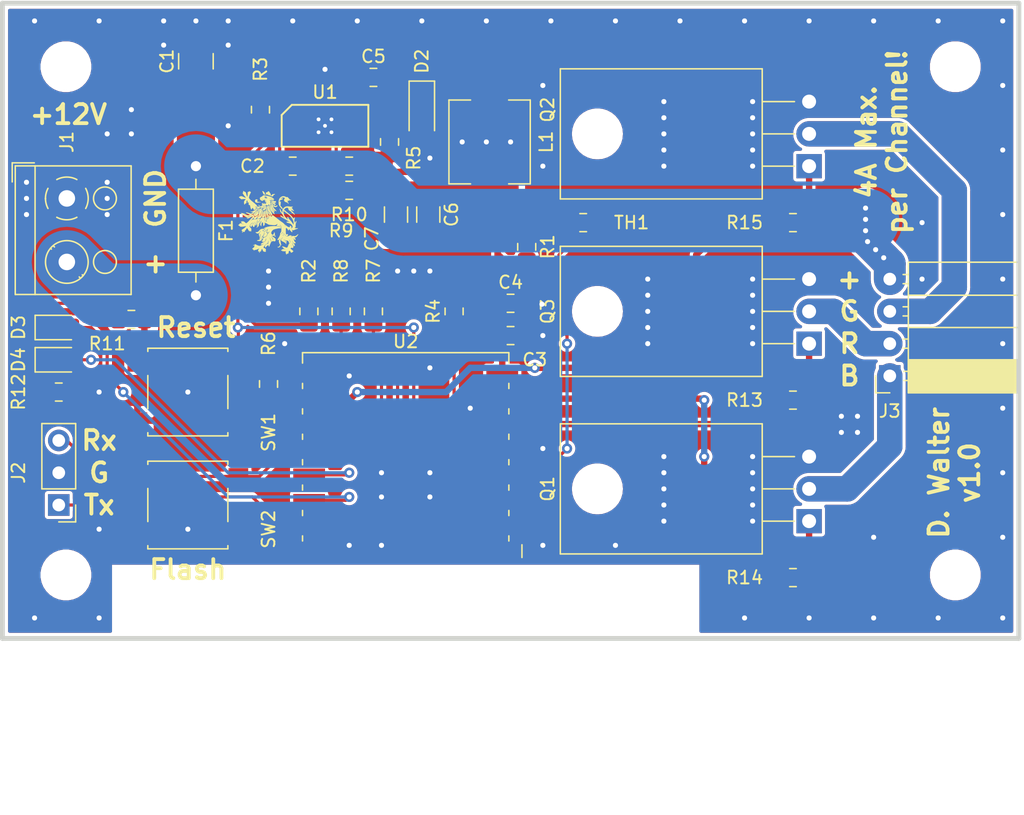
<source format=kicad_pcb>
(kicad_pcb (version 20171130) (host pcbnew "(5.1.0)-1")
  (layers (0 F.Cu signal) (31 B.Cu signal) (34 B.Paste user hide) (35 F.Paste user hide) (36 B.SilkS user) (37 F.SilkS user) (38 B.Mask user) (39 F.Mask user) (44 Edge.Cuts user))
  (net 0 "")
  (net 1 GND)
  (net 2 /12V_Out)
  (net 3 "Net-(C2-Pad1)")
  (net 4 +3V3)
  (net 5 "Net-(C5-Pad1)")
  (net 6 "Net-(C5-Pad2)")
  (net 7 "Net-(D2-Pad2)")
  (net 8 "Net-(D3-Pad2)")
  (net 9 "Net-(D3-Pad1)")
  (net 10 "Net-(D4-Pad1)")
  (net 11 "Net-(D4-Pad2)")
  (net 12 "Net-(F1-Pad2)")
  (net 13 "Net-(J2-Pad1)")
  (net 14 "Net-(J2-Pad3)")
  (net 15 /R_Out)
  (net 16 /G_Out)
  (net 17 /B_Out)
  (net 18 "Net-(Q1-Pad1)")
  (net 19 "Net-(Q2-Pad1)")
  (net 20 "Net-(Q3-Pad1)")
  (net 21 "Net-(R1-Pad1)")
  (net 22 "Net-(R2-Pad1)")
  (net 23 "Net-(R3-Pad2)")
  (net 24 "Net-(R4-Pad1)")
  (net 25 /PWM_G)
  (net 26 "Net-(R7-Pad1)")
  (net 27 "Net-(R8-Pad1)")
  (net 28 "Net-(R10-Pad1)")
  (net 29 /PWM_B)
  (net 30 /PWM_R)
  (module Package_TO_SOT_THT:TO-220-3_Horizontal_TabDown (layer F.Cu) (at 209.55 95.885 90)
    (fp_text reference Q3 (at 2.54 -20.58 90) (layer F.SilkS))
    (fp_text value IRLZ34N)
    (pad "" np_thru_hole oval (at 2.54 -16.66 90) (size 3.5 3.5) (drill 3.5) (layers *.Cu *.Mask))
    (pad 1 thru_hole rect (at 0 0 90) (size 1.905 2) (drill 1.1) (layers *.Cu *.Mask) (net 20 "Net-(Q3-Pad1)"))
    (pad 2 thru_hole oval (at 2.54 0 90) (size 1.905 2) (drill 1.1) (layers *.Cu *.Mask) (net 15 /R_Out))
    (pad 3 thru_hole oval (at 5.08 0 90) (size 1.905 2) (drill 1.1) (layers *.Cu *.Mask) (net 1 GND))
  )
  (module Loewe:Loewe_Klein (layer F.Cu) (at 167.005 86.36)
    (fp_text reference G*** hide)
    (fp_text value LOGO hide)
  )
  (module RF_Module:ESP-07 (layer F.Cu) (at 177.8 107.315 180)
    (fp_text reference U2 (at 0 11.6 180) (layer F.SilkS))
    (fp_text value ESP-07)
    (pad 16 smd rect (at 7.6 -4.9 180) (size 2.5 1) (layers F.Cu F.Paste F.Mask) (net 13 "Net-(J2-Pad1)"))
    (pad 15 smd rect (at 7.6 -2.9 180) (size 2.5 1) (layers F.Cu F.Paste F.Mask) (net 14 "Net-(J2-Pad3)"))
    (pad 14 smd rect (at 7.6 -0.9 180) (size 2.5 1) (layers F.Cu F.Paste F.Mask) (net 8 "Net-(D3-Pad2)"))
    (pad 13 smd rect (at 7.6 1.1 180) (size 2.5 1) (layers F.Cu F.Paste F.Mask) (net 11 "Net-(D4-Pad2)"))
    (pad 12 smd rect (at 7.6 3.1 180) (size 2.5 1) (layers F.Cu F.Paste F.Mask) (net 26 "Net-(R7-Pad1)"))
    (pad 11 smd rect (at 7.6 5.1 180) (size 2.5 1) (layers F.Cu F.Paste F.Mask) (net 27 "Net-(R8-Pad1)"))
    (pad 10 smd rect (at 7.6 7.1 180) (size 2.5 1) (layers F.Cu F.Paste F.Mask) (net 25 /PWM_G))
    (pad 9 smd rect (at 7.6 9.1 180) (size 2.5 1) (layers F.Cu F.Paste F.Mask) (net 1 GND))
    (pad 8 smd rect (at -7.6 9.1 180) (size 2.5 1) (layers F.Cu F.Paste F.Mask) (net 4 +3V3))
    (pad 7 smd rect (at -7.6 7.1 180) (size 2.5 1) (layers F.Cu F.Paste F.Mask) (net 29 /PWM_B))
    (pad 6 smd rect (at -7.6 5.1 180) (size 2.5 1) (layers F.Cu F.Paste F.Mask) (net 30 /PWM_R))
    (pad 5 smd rect (at -7.6 3.1 180) (size 2.5 1) (layers F.Cu F.Paste F.Mask))
    (pad 4 smd rect (at -7.6 1.1 180) (size 2.5 1) (layers F.Cu F.Paste F.Mask))
    (pad 3 smd rect (at -7.6 -0.9 180) (size 2.5 1) (layers F.Cu F.Paste F.Mask) (net 24 "Net-(R4-Pad1)"))
    (pad 2 smd rect (at -7.6 -2.9 180) (size 2.5 1) (layers F.Cu F.Paste F.Mask) (net 21 "Net-(R1-Pad1)"))
    (pad 1 smd rect (at -7.6 -4.9 180) (size 2.5 1) (layers F.Cu F.Paste F.Mask) (net 22 "Net-(R2-Pad1)"))
  )
  (module Resistor_SMD:R_0805_2012Metric_Pad1.15x1.40mm_HandSolder (layer F.Cu) (at 208.28 86.36 180)
    (fp_text reference R15 (at 3.81 0 180) (layer F.SilkS))
    (fp_text value 100R)
    (pad 2 smd roundrect (at 1.025 0 180) (size 1.15 1.4) (layers F.Cu F.Paste F.Mask) (roundrect_rratio 0.217391) (net 25 /PWM_G))
    (pad 1 smd roundrect (at -1.025 0 180) (size 1.15 1.4) (layers F.Cu F.Paste F.Mask) (roundrect_rratio 0.217391) (net 19 "Net-(Q2-Pad1)"))
  )
  (module Connector_PinSocket_2.54mm:PinSocket_1x04_P2.54mm_Horizontal (layer F.Cu) (at 215.9 98.425 180)
    (fp_text reference J3 (at 0 -2.77 180) (layer F.SilkS))
    (fp_text value Conn_01x04_Female)
    (pad 4 thru_hole oval (at 0 7.62 180) (size 1.7 1.7) (drill 1) (layers *.Cu *.Mask) (net 2 /12V_Out))
    (pad 3 thru_hole oval (at 0 5.08 180) (size 1.7 1.7) (drill 1) (layers *.Cu *.Mask) (net 16 /G_Out))
    (pad 2 thru_hole oval (at 0 2.54 180) (size 1.7 1.7) (drill 1) (layers *.Cu *.Mask) (net 15 /R_Out))
    (pad 1 thru_hole rect (at 0 0 180) (size 1.7 1.7) (drill 1) (layers *.Cu *.Mask) (net 17 /B_Out))
  )
  (module Texas_DW:HVSSOP-10 (layer F.Cu) (at 171.45 78.74 270)
    (fp_text reference U1 (at -2.65 0) (layer F.SilkS))
    (fp_text value LM25011)
    (pad 10 smd rect (at -1 -2.4 270) (size 0.3 1.02) (layers F.Cu F.Paste F.Mask) (net 5 "Net-(C5-Pad1)"))
    (pad 1 smd rect (at -1 2.4 270) (size 0.3 1.02) (layers F.Cu F.Paste F.Mask) (net 2 /12V_Out))
    (pad 9 smd rect (at -0.5 -2.4 270) (size 0.3 1.02) (layers F.Cu F.Paste F.Mask) (net 6 "Net-(C5-Pad2)"))
    (pad 2 smd rect (at -0.5 2.4 270) (size 0.3 1.02) (layers F.Cu F.Paste F.Mask) (net 23 "Net-(R3-Pad2)"))
    (pad 8 smd rect (at 0 -2.4 270) (size 0.3 1.02) (layers F.Cu F.Paste F.Mask) (net 7 "Net-(D2-Pad2)"))
    (pad 3 smd rect (at 0 2.4 270) (size 0.3 1.02) (layers F.Cu F.Paste F.Mask) (net 22 "Net-(R2-Pad1)"))
    (pad 7 smd rect (at 0.5 -2.4 270) (size 0.3 1.02) (layers F.Cu F.Paste F.Mask) (net 1 GND))
    (pad 4 smd rect (at 0.5 2.4 270) (size 0.3 1.02) (layers F.Cu F.Paste F.Mask) (net 3 "Net-(C2-Pad1)"))
    (pad 6 smd rect (at 1 -2.4 270) (size 0.3 1.02) (layers F.Cu F.Paste F.Mask) (net 28 "Net-(R10-Pad1)"))
    (pad 5 smd rect (at 1 2.4 270) (size 0.3 1.02) (layers F.Cu F.Paste F.Mask) (net 1 GND))
    (pad 11 smd rect (at 0 0 270) (size 1.9 1.73) (layers F.Cu F.Paste F.Mask) (net 1 GND))
    (pad 11 thru_hole circle (at -0.508 -0.508 270) (size 0.6 0.6) (drill 0.3) (layers *.Cu *.Mask) (net 1 GND))
    (pad 11 thru_hole circle (at 0.508 -0.508 270) (size 0.6 0.6) (drill 0.3) (layers *.Cu *.Mask) (net 1 GND))
    (pad 11 thru_hole circle (at -0.508 0.508 270) (size 0.6 0.6) (drill 0.3) (layers *.Cu *.Mask) (net 1 GND))
    (pad 11 thru_hole circle (at 0.508 0.508 270) (size 0.6 0.6) (drill 0.3) (layers *.Cu *.Mask) (net 1 GND))
    (pad 11 thru_hole circle (at 0 0 270) (size 0.6 0.6) (drill 0.3) (layers *.Cu *.Mask) (net 1 GND))
    (pad 11 smd rect (at 0 0 270) (size 1.9 1.73) (layers B.Cu B.Paste B.Mask) (net 1 GND))
  )
  (module EuroBoard_Outline:EuroBoard_viertel_Type-I_80mmX50mm_holes (layer F.Cu) (at 226.06 69.088 180)
    (fp_text reference REF** hide)
    (fp_text value EuroBoard_viertel_Type-I_80mmX50mm_holes)
    (fp_line (start 79.99984 0) (end 0 0) (layer Edge.Cuts) (width 0.381))
    (fp_line (start 79.99984 -49.9999) (end 79.99984 0) (layer Edge.Cuts) (width 0.381))
    (fp_line (start 0 -49.9999) (end 79.99984 -49.9999) (layer Edge.Cuts) (width 0.381))
    (fp_line (start 0 0) (end 0 -49.9999) (layer Edge.Cuts) (width 0.381))
    (pad "" np_thru_hole circle (at 75.00112 -5.00126 180) (size 3.50012 3.50012) (drill 3.50012) (layers *.Cu *.Mask))
    (pad "" np_thru_hole circle (at 75.00112 -45.00118 180) (size 3.50012 3.50012) (drill 3.50012) (layers *.Cu *.Mask))
    (pad "" np_thru_hole circle (at 5.00126 -45.00118 180) (size 3.50012 3.50012) (drill 3.50012) (layers *.Cu *.Mask))
    (pad "" np_thru_hole circle (at 5.00126 -5.00126 180) (size 3.50012 3.50012) (drill 3.50012) (layers *.Cu *.Mask))
  )
  (module Resistor_SMD:R_0805_2012Metric_Pad1.15x1.40mm_HandSolder (layer F.Cu) (at 173.355 83.82 180)
    (fp_text reference R9 (at 0.635 -3.175 180) (layer F.SilkS))
    (fp_text value 4k7)
    (pad 2 smd roundrect (at 1.025 0 180) (size 1.15 1.4) (layers F.Cu F.Paste F.Mask) (roundrect_rratio 0.217391) (net 28 "Net-(R10-Pad1)"))
    (pad 1 smd roundrect (at -1.025 0 180) (size 1.15 1.4) (layers F.Cu F.Paste F.Mask) (roundrect_rratio 0.217391) (net 4 +3V3))
  )
  (module Inductor_SMD:L_6.3x6.3_H3 (layer F.Cu) (at 184.404 80.01 270)
    (fp_text reference L1 (at 0 -4.45 270) (layer F.SilkS))
    (fp_text value 22µH)
    (pad 1 smd rect (at -2.75 0 270) (size 1.5 2.4) (layers F.Cu F.Paste F.Mask) (net 6 "Net-(C5-Pad2)"))
    (pad 2 smd rect (at 2.75 0 270) (size 1.5 2.4) (layers F.Cu F.Paste F.Mask) (net 4 +3V3))
  )
  (module Resistor_SMD:R_0805_2012Metric_Pad1.15x1.40mm_HandSolder (layer F.Cu) (at 191.77 86.36)
    (fp_text reference TH1 (at 3.81 0) (layer F.SilkS))
    (fp_text value Thermistor_NTC)
    (pad 2 smd roundrect (at 1.025 0) (size 1.15 1.4) (layers F.Cu F.Paste F.Mask) (roundrect_rratio 0.217391) (net 1 GND))
    (pad 1 smd roundrect (at -1.025 0) (size 1.15 1.4) (layers F.Cu F.Paste F.Mask) (roundrect_rratio 0.217391) (net 21 "Net-(R1-Pad1)"))
  )
  (module Resistor_SMD:R_0805_2012Metric_Pad1.15x1.40mm_HandSolder (layer F.Cu) (at 173.355 81.915)
    (fp_text reference R10 (at 0 3.81) (layer F.SilkS))
    (fp_text value 1k5)
    (pad 1 smd roundrect (at -1.025 0) (size 1.15 1.4) (layers F.Cu F.Paste F.Mask) (roundrect_rratio 0.217391) (net 28 "Net-(R10-Pad1)"))
    (pad 2 smd roundrect (at 1.025 0) (size 1.15 1.4) (layers F.Cu F.Paste F.Mask) (roundrect_rratio 0.217) (net 1 GND))
  )
  (module TerminalBlock_RND:TerminalBlock_RND_205-00001_1x02_P5.00mm_Horizontal (layer F.Cu) (at 151.13 84.455 270)
    (fp_text reference J1 (at -4.445 0 270) (layer F.SilkS))
    (fp_text value 12V_In)
    (pad 1 thru_hole rect (at 0 0 270) (size 2.5 2.5) (drill 1.3) (layers *.Cu *.Mask) (net 1 GND))
    (pad 2 thru_hole circle (at 5 0 270) (size 2.5 2.5) (drill 1.3) (layers *.Cu *.Mask) (net 12 "Net-(F1-Pad2)"))
  )
  (module Capacitor_SMD:C_0805_2012Metric_Pad1.15x1.40mm_HandSolder (layer F.Cu) (at 168.91 81.915)
    (fp_text reference C2 (at -3.175 0) (layer F.SilkS))
    (fp_text value 22nF)
    (pad 1 smd roundrect (at -1.025 0) (size 1.15 1.4) (layers F.Cu F.Paste F.Mask) (roundrect_rratio 0.217391) (net 3 "Net-(C2-Pad1)"))
    (pad 2 smd roundrect (at 1.025 0) (size 1.15 1.4) (layers F.Cu F.Paste F.Mask) (roundrect_rratio 0.217391) (net 1 GND))
  )
  (module Capacitor_SMD:C_0805_2012Metric_Pad1.15x1.40mm_HandSolder (layer F.Cu) (at 186.055 95.25)
    (fp_text reference C3 (at 1.905 1.905) (layer F.SilkS))
    (fp_text value 100nF)
    (pad 2 smd roundrect (at 1.025 0) (size 1.15 1.4) (layers F.Cu F.Paste F.Mask) (roundrect_rratio 0.217391) (net 1 GND))
    (pad 1 smd roundrect (at -1.025 0) (size 1.15 1.4) (layers F.Cu F.Paste F.Mask) (roundrect_rratio 0.217391) (net 4 +3V3))
  )
  (module Capacitor_SMD:C_0805_2012Metric_Pad1.15x1.40mm_HandSolder (layer F.Cu) (at 186.055 92.71)
    (fp_text reference C4 (at 0 -1.65) (layer F.SilkS))
    (fp_text value 1µF)
    (pad 1 smd roundrect (at -1.025 0) (size 1.15 1.4) (layers F.Cu F.Paste F.Mask) (roundrect_rratio 0.217391) (net 4 +3V3))
    (pad 2 smd roundrect (at 1.025 0) (size 1.15 1.4) (layers F.Cu F.Paste F.Mask) (roundrect_rratio 0.217391) (net 1 GND))
  )
  (module Capacitor_SMD:C_0805_2012Metric_Pad1.15x1.40mm_HandSolder (layer F.Cu) (at 175.26 74.93)
    (fp_text reference C5 (at 0 -1.65) (layer F.SilkS))
    (fp_text value 100nF)
    (pad 1 smd roundrect (at -1.025 0) (size 1.15 1.4) (layers F.Cu F.Paste F.Mask) (roundrect_rratio 0.217391) (net 5 "Net-(C5-Pad1)"))
    (pad 2 smd roundrect (at 1.025 0) (size 1.15 1.4) (layers F.Cu F.Paste F.Mask) (roundrect_rratio 0.217391) (net 6 "Net-(C5-Pad2)"))
  )
  (module LED_SMD:LED_0805_2012Metric_Pad1.15x1.40mm_HandSolder (layer F.Cu) (at 150.495 94.615)
    (fp_text reference D3 (at -3.175 0 90) (layer F.SilkS))
    (fp_text value LED)
    (pad 2 smd roundrect (at 1.025 0) (size 1.15 1.4) (layers F.Cu F.Paste F.Mask) (roundrect_rratio 0.217391) (net 8 "Net-(D3-Pad2)"))
    (pad 1 smd roundrect (at -1.025 0) (size 1.15 1.4) (layers F.Cu F.Paste F.Mask) (roundrect_rratio 0.217391) (net 9 "Net-(D3-Pad1)"))
  )
  (module LED_SMD:LED_0805_2012Metric_Pad1.15x1.40mm_HandSolder (layer F.Cu) (at 150.495 97.155)
    (fp_text reference D4 (at -3.175 0 90) (layer F.SilkS))
    (fp_text value LED)
    (pad 1 smd roundrect (at -1.025 0) (size 1.15 1.4) (layers F.Cu F.Paste F.Mask) (roundrect_rratio 0.217391) (net 10 "Net-(D4-Pad1)"))
    (pad 2 smd roundrect (at 1.025 0) (size 1.15 1.4) (layers F.Cu F.Paste F.Mask) (roundrect_rratio 0.217391) (net 11 "Net-(D4-Pad2)"))
  )
  (module Connector_PinHeader_2.54mm:PinHeader_1x03_P2.54mm_Vertical (layer F.Cu) (at 150.495 108.585 180)
    (fp_text reference J2 (at 3.175 2.54 270) (layer F.SilkS))
    (fp_text value Serial)
    (pad 1 thru_hole rect (at 0 0 180) (size 1.7 1.7) (drill 1) (layers *.Cu *.Mask) (net 13 "Net-(J2-Pad1)"))
    (pad 2 thru_hole oval (at 0 2.54 180) (size 1.7 1.7) (drill 1) (layers *.Cu *.Mask) (net 1 GND))
    (pad 3 thru_hole oval (at 0 5.08 180) (size 1.7 1.7) (drill 1) (layers *.Cu *.Mask) (net 14 "Net-(J2-Pad3)"))
  )
  (module Resistor_SMD:R_0805_2012Metric_Pad1.15x1.40mm_HandSolder (layer F.Cu) (at 187.325 88.265 270)
    (fp_text reference R1 (at 0 -1.65 270) (layer F.SilkS))
    (fp_text value R)
    (pad 1 smd roundrect (at -1.025 0 270) (size 1.15 1.4) (layers F.Cu F.Paste F.Mask) (roundrect_rratio 0.217391) (net 21 "Net-(R1-Pad1)"))
    (pad 2 smd roundrect (at 1.025 0 270) (size 1.15 1.4) (layers F.Cu F.Paste F.Mask) (roundrect_rratio 0.217391) (net 4 +3V3))
  )
  (module Resistor_SMD:R_0805_2012Metric_Pad1.15x1.40mm_HandSolder (layer F.Cu) (at 170.18 93.345 90)
    (fp_text reference R2 (at 3.175 0 90) (layer F.SilkS))
    (fp_text value R)
    (pad 1 smd roundrect (at -1.025 0 90) (size 1.15 1.4) (layers F.Cu F.Paste F.Mask) (roundrect_rratio 0.217391) (net 22 "Net-(R2-Pad1)"))
    (pad 2 smd roundrect (at 1.025 0 90) (size 1.15 1.4) (layers F.Cu F.Paste F.Mask) (roundrect_rratio 0.217391) (net 4 +3V3))
  )
  (module Resistor_SMD:R_0805_2012Metric_Pad1.15x1.40mm_HandSolder (layer F.Cu) (at 166.37 77.47 270)
    (fp_text reference R3 (at -3.175 0 270) (layer F.SilkS))
    (fp_text value 100k)
    (pad 2 smd roundrect (at 1.025 0 270) (size 1.15 1.4) (layers F.Cu F.Paste F.Mask) (roundrect_rratio 0.217391) (net 23 "Net-(R3-Pad2)"))
    (pad 1 smd roundrect (at -1.025 0 270) (size 1.15 1.4) (layers F.Cu F.Paste F.Mask) (roundrect_rratio 0.217391) (net 2 /12V_Out))
  )
  (module Resistor_SMD:R_0805_2012Metric_Pad1.15x1.40mm_HandSolder (layer F.Cu) (at 181.61 93.345 90)
    (fp_text reference R4 (at 0 -1.65 90) (layer F.SilkS))
    (fp_text value 10k)
    (pad 2 smd roundrect (at 1.025 0 90) (size 1.15 1.4) (layers F.Cu F.Paste F.Mask) (roundrect_rratio 0.217391) (net 4 +3V3))
    (pad 1 smd roundrect (at -1.025 0 90) (size 1.15 1.4) (layers F.Cu F.Paste F.Mask) (roundrect_rratio 0.217391) (net 24 "Net-(R4-Pad1)"))
  )
  (module Resistor_SMD:R_0805_2012Metric_Pad1.15x1.40mm_HandSolder (layer F.Cu) (at 176.53 80.01 270)
    (fp_text reference R5 (at 1.27 -1.905 270) (layer F.SilkS))
    (fp_text value 0R150)
    (pad 1 smd roundrect (at -1.025 0 270) (size 1.15 1.4) (layers F.Cu F.Paste F.Mask) (roundrect_rratio 0.217391) (net 7 "Net-(D2-Pad2)"))
    (pad 2 smd roundrect (at 1.025 0 270) (size 1.15 1.4) (layers F.Cu F.Paste F.Mask) (roundrect_rratio 0.217391) (net 1 GND))
  )
  (module Resistor_SMD:R_0805_2012Metric_Pad1.15x1.40mm_HandSolder (layer F.Cu) (at 167.005 99.06 270)
    (fp_text reference R6 (at -3.175 0 270) (layer F.SilkS))
    (fp_text value 10k)
    (pad 1 smd roundrect (at -1.025 0 270) (size 1.15 1.4) (layers F.Cu F.Paste F.Mask) (roundrect_rratio 0.217391) (net 1 GND))
    (pad 2 smd roundrect (at 1.025 0 270) (size 1.15 1.4) (layers F.Cu F.Paste F.Mask) (roundrect_rratio 0.217391) (net 25 /PWM_G))
  )
  (module Resistor_SMD:R_0805_2012Metric_Pad1.15x1.40mm_HandSolder (layer F.Cu) (at 175.26 93.345 90)
    (fp_text reference R7 (at 3.175 0 90) (layer F.SilkS))
    (fp_text value 10k)
    (pad 2 smd roundrect (at 1.025 0 90) (size 1.15 1.4) (layers F.Cu F.Paste F.Mask) (roundrect_rratio 0.217391) (net 4 +3V3))
    (pad 1 smd roundrect (at -1.025 0 90) (size 1.15 1.4) (layers F.Cu F.Paste F.Mask) (roundrect_rratio 0.217391) (net 26 "Net-(R7-Pad1)"))
  )
  (module Resistor_SMD:R_0805_2012Metric_Pad1.15x1.40mm_HandSolder (layer F.Cu) (at 172.72 93.345 90)
    (fp_text reference R8 (at 3.175 0 90) (layer F.SilkS))
    (fp_text value 10k)
    (pad 2 smd roundrect (at 1.025 0 90) (size 1.15 1.4) (layers F.Cu F.Paste F.Mask) (roundrect_rratio 0.217391) (net 4 +3V3))
    (pad 1 smd roundrect (at -1.025 0 90) (size 1.15 1.4) (layers F.Cu F.Paste F.Mask) (roundrect_rratio 0.217391) (net 27 "Net-(R8-Pad1)"))
  )
  (module Resistor_SMD:R_0805_2012Metric_Pad1.15x1.40mm_HandSolder (layer F.Cu) (at 156.21 93.98 180)
    (fp_text reference R11 (at 1.905 -1.905 180) (layer F.SilkS))
    (fp_text value R)
    (pad 1 smd roundrect (at -1.025 0 180) (size 1.15 1.4) (layers F.Cu F.Paste F.Mask) (roundrect_rratio 0.217391) (net 1 GND))
    (pad 2 smd roundrect (at 1.025 0 180) (size 1.15 1.4) (layers F.Cu F.Paste F.Mask) (roundrect_rratio 0.217391) (net 9 "Net-(D3-Pad1)"))
  )
  (module Resistor_SMD:R_0805_2012Metric_Pad1.15x1.40mm_HandSolder (layer F.Cu) (at 150.495 99.695 180)
    (fp_text reference R12 (at 3.175 0 270) (layer F.SilkS))
    (fp_text value R)
    (pad 2 smd roundrect (at 1.025 0 180) (size 1.15 1.4) (layers F.Cu F.Paste F.Mask) (roundrect_rratio 0.217391) (net 10 "Net-(D4-Pad1)"))
    (pad 1 smd roundrect (at -1.025 0 180) (size 1.15 1.4) (layers F.Cu F.Paste F.Mask) (roundrect_rratio 0.217391) (net 1 GND))
  )
  (module Resistor_SMD:R_0805_2012Metric_Pad1.15x1.40mm_HandSolder (layer F.Cu) (at 208.28 100.33 180)
    (fp_text reference R13 (at 3.81 0 180) (layer F.SilkS))
    (fp_text value 100R)
    (pad 1 smd roundrect (at -1.025 0 180) (size 1.15 1.4) (layers F.Cu F.Paste F.Mask) (roundrect_rratio 0.217391) (net 20 "Net-(Q3-Pad1)"))
    (pad 2 smd roundrect (at 1.025 0 180) (size 1.15 1.4) (layers F.Cu F.Paste F.Mask) (roundrect_rratio 0.217391) (net 30 /PWM_R))
  )
  (module Resistor_SMD:R_0805_2012Metric_Pad1.15x1.40mm_HandSolder (layer F.Cu) (at 208.28 114.3 180)
    (fp_text reference R14 (at 3.81 0 180) (layer F.SilkS))
    (fp_text value 100R)
    (pad 1 smd roundrect (at -1.025 0 180) (size 1.15 1.4) (layers F.Cu F.Paste F.Mask) (roundrect_rratio 0.217391) (net 18 "Net-(Q1-Pad1)"))
    (pad 2 smd roundrect (at 1.025 0 180) (size 1.15 1.4) (layers F.Cu F.Paste F.Mask) (roundrect_rratio 0.217391) (net 29 /PWM_B))
  )
  (module Button_Switch_SMD:SW_SPST_B3S-1000 (layer F.Cu) (at 160.655 99.695)
    (fp_text reference SW1 (at 6.35 3.175 90) (layer F.SilkS))
    (fp_text value Reset)
    (pad 2 smd rect (at 3.975 2.25) (size 1.55 1.3) (layers F.Cu F.Paste F.Mask) (net 1 GND))
    (pad 2 smd rect (at -3.975 2.25) (size 1.55 1.3) (layers F.Cu F.Paste F.Mask) (net 1 GND))
    (pad 1 smd rect (at 3.975 -2.25) (size 1.55 1.3) (layers F.Cu F.Paste F.Mask) (net 22 "Net-(R2-Pad1)"))
    (pad 1 smd rect (at -3.975 -2.25) (size 1.55 1.3) (layers F.Cu F.Paste F.Mask) (net 22 "Net-(R2-Pad1)"))
  )
  (module Button_Switch_SMD:SW_SPST_B3S-1000 (layer F.Cu) (at 160.655 108.585)
    (fp_text reference SW2 (at 6.35 1.905 90) (layer F.SilkS))
    (fp_text value Flash)
    (pad 1 smd rect (at -3.975 -2.25) (size 1.55 1.3) (layers F.Cu F.Paste F.Mask) (net 26 "Net-(R7-Pad1)"))
    (pad 1 smd rect (at 3.975 -2.25) (size 1.55 1.3) (layers F.Cu F.Paste F.Mask) (net 26 "Net-(R7-Pad1)"))
    (pad 2 smd rect (at -3.975 2.25) (size 1.55 1.3) (layers F.Cu F.Paste F.Mask) (net 1 GND))
    (pad 2 smd rect (at 3.975 2.25) (size 1.55 1.3) (layers F.Cu F.Paste F.Mask) (net 1 GND))
  )
  (module Capacitor_SMD:C_1210_3225Metric_Pad1.42x2.65mm_HandSolder (layer F.Cu) (at 161.29 73.66 90)
    (fp_text reference C1 (at 0 -2.28 90) (layer F.SilkS))
    (fp_text value 10µF)
    (pad 1 smd roundrect (at -1.4875 0 90) (size 1.425 2.65) (layers F.Cu F.Paste F.Mask) (roundrect_rratio 0.175439) (net 2 /12V_Out))
    (pad 2 smd roundrect (at 1.4875 0 90) (size 1.425 2.65) (layers F.Cu F.Paste F.Mask) (roundrect_rratio 0.175) (net 1 GND))
  )
  (module Capacitor_SMD:C_1206_3216Metric_Pad1.42x1.75mm_HandSolder (layer F.Cu) (at 179.578 85.725 270)
    (fp_text reference C6 (at 0 -1.82 270) (layer F.SilkS))
    (fp_text value 10µF)
    (pad 1 smd roundrect (at -1.4875 0 270) (size 1.425 1.75) (layers F.Cu F.Paste F.Mask) (roundrect_rratio 0.175439) (net 4 +3V3))
    (pad 2 smd roundrect (at 1.4875 0 270) (size 1.425 1.75) (layers F.Cu F.Paste F.Mask) (roundrect_rratio 0.175439) (net 1 GND))
  )
  (module Capacitor_SMD:C_1206_3216Metric_Pad1.42x1.75mm_HandSolder (layer F.Cu) (at 177.038 85.725 270)
    (fp_text reference C7 (at 1.905 1.905 270) (layer F.SilkS))
    (fp_text value 10µF)
    (pad 2 smd roundrect (at 1.4875 0 270) (size 1.425 1.75) (layers F.Cu F.Paste F.Mask) (roundrect_rratio 0.175439) (net 1 GND))
    (pad 1 smd roundrect (at -1.4875 0 270) (size 1.425 1.75) (layers F.Cu F.Paste F.Mask) (roundrect_rratio 0.175439) (net 4 +3V3))
  )
  (module Diode_SMD:D_SOD-123 (layer F.Cu) (at 179.07 77.47 270)
    (fp_text reference D2 (at -3.81 0 270) (layer F.SilkS))
    (fp_text value SK14)
    (pad 1 smd rect (at -1.65 0 270) (size 0.9 1.2) (layers F.Cu F.Paste F.Mask) (net 6 "Net-(C5-Pad2)"))
    (pad 2 smd rect (at 1.65 0 270) (size 0.9 1.2) (layers F.Cu F.Paste F.Mask) (net 7 "Net-(D2-Pad2)"))
  )
  (module Package_TO_SOT_THT:TO-220-3_Horizontal_TabDown (layer F.Cu) (at 209.55 109.855 90)
    (fp_text reference Q1 (at 2.54 -20.58 90) (layer F.SilkS))
    (fp_text value IRLZ34N)
    (pad "" np_thru_hole oval (at 2.54 -16.66 90) (size 3.5 3.5) (drill 3.5) (layers *.Cu *.Mask))
    (pad 1 thru_hole rect (at 0 0 90) (size 1.905 2) (drill 1.1) (layers *.Cu *.Mask) (net 18 "Net-(Q1-Pad1)"))
    (pad 2 thru_hole oval (at 2.54 0 90) (size 1.905 2) (drill 1.1) (layers *.Cu *.Mask) (net 17 /B_Out))
    (pad 3 thru_hole oval (at 5.08 0 90) (size 1.905 2) (drill 1.1) (layers *.Cu *.Mask) (net 1 GND))
  )
  (module Package_TO_SOT_THT:TO-220-3_Horizontal_TabDown (layer F.Cu) (at 209.55 81.915 90)
    (fp_text reference Q2 (at 4.445 -20.58 90) (layer F.SilkS))
    (fp_text value IRLZ34N)
    (pad 3 thru_hole oval (at 5.08 0 90) (size 1.905 2) (drill 1.1) (layers *.Cu *.Mask) (net 1 GND))
    (pad 2 thru_hole oval (at 2.54 0 90) (size 1.905 2) (drill 1.1) (layers *.Cu *.Mask) (net 16 /G_Out))
    (pad 1 thru_hole rect (at 0 0 90) (size 1.905 2) (drill 1.1) (layers *.Cu *.Mask) (net 19 "Net-(Q2-Pad1)"))
    (pad "" np_thru_hole oval (at 2.54 -16.66 90) (size 3.5 3.5) (drill 3.5) (layers *.Cu *.Mask))
  )
  (module Resistor_THT:R_Axial_DIN0207_L6.3mm_D2.5mm_P10.16mm_Horizontal (layer F.Cu) (at 161.29 81.915 270)
    (fp_text reference F1 (at 5.08 -2.37 270) (layer F.SilkS))
    (fp_text value "SF 4,0A")
    (pad 1 thru_hole circle (at 0 0 270) (size 2.5 2.5) (drill 0.8) (layers *.Cu *.Mask) (net 2 /12V_Out))
    (pad 2 thru_hole circle (at 10.16 0 270) (size 2.5 2.5) (drill 0.8) (layers *.Cu *.Mask) (net 12 "Net-(F1-Pad2)"))
  )
  (gr_text +12V (at 151.257 77.851) (layer F.SilkS) (effects (font (size 1.5 1.5) (thickness 0.3))))
  (gr_text Flash (at 160.655 113.665) (layer F.SilkS) (effects (font (size 1.5 1.5) (thickness 0.3))))
  (gr_text Reset (at 161.29 94.615) (layer F.SilkS) (effects (font (size 1.5 1.5) (thickness 0.3))))
  (gr_text G (at 153.67 106.045) (layer F.SilkS) (effects (font (size 1.5 1.5) (thickness 0.3))))
  (gr_text Tx (at 153.67 108.585) (layer F.SilkS) (effects (font (size 1.5 1.5) (thickness 0.3))))
  (gr_text Rx (at 153.67 103.505) (layer F.SilkS) (effects (font (size 1.5 1.5) (thickness 0.3))))
  (gr_text "4A Max.\nper Channel!" (at 215.265 80.01 90) (layer F.SilkS) (effects (font (size 1.5 1.5) (thickness 0.3))))
  (gr_text GND (at 158.115 84.455 90) (layer F.SilkS) (effects (font (size 1.5 1.5) (thickness 0.3))))
  (gr_text + (at 158.115 89.535) (layer F.SilkS) (effects (font (size 1.5 1.5) (thickness 0.3))))
  (gr_text B (at 212.725 98.425) (layer F.SilkS) (effects (font (size 1.5 1.5) (thickness 0.3))))
  (gr_text R (at 212.725 95.885) (layer F.SilkS) (effects (font (size 1.5 1.5) (thickness 0.3))))
  (gr_text G (at 212.725 93.345) (layer F.SilkS) (effects (font (size 1.5 1.5) (thickness 0.3))))
  (gr_text + (at 212.725 90.805) (layer F.SilkS) (effects (font (size 1.5 1.5) (thickness 0.3))))
  (gr_text "D. Walter\nv1.0" (at 220.98 106.045 90) (layer F.SilkS) (effects (font (size 1.5 1.5) (thickness 0.3))))
  (via (at 173.355 98.425) (size 0.8) (drill 0.4) (layers F.Cu B.Cu) (net 1))
  (segment (start 170.45 79.74) (end 171.45 78.74) (width 0.25) (layer F.Cu) (net 1))
  (segment (start 169.05 79.74) (end 170.45 79.74) (width 0.25) (layer F.Cu) (net 1))
  (segment (start 171.95 79.24) (end 171.45 78.74) (width 0.25) (layer F.Cu) (net 1))
  (segment (start 173.85 79.24) (end 171.95 79.24) (width 0.25) (layer F.Cu) (net 1))
  (via (at 188.595 95.25) (size 0.8) (drill 0.4) (layers F.Cu B.Cu) (net 1))
  (segment (start 175.003372 81.291628) (end 174.38 81.915) (width 0.25) (layer F.Cu) (net 1))
  (segment (start 175.003372 79.633372) (end 175.003372 81.291628) (width 0.25) (layer F.Cu) (net 1))
  (segment (start 174.61 79.24) (end 175.003372 79.633372) (width 0.25) (layer F.Cu) (net 1))
  (segment (start 173.85 79.24) (end 174.61 79.24) (width 0.25) (layer F.Cu) (net 1))
  (via (at 182.88 100.965) (size 0.8) (drill 0.4) (layers F.Cu B.Cu) (net 1))
  (via (at 179.705 97.79) (size 0.8) (drill 0.4) (layers F.Cu B.Cu) (net 1))
  (via (at 160.655 110.49) (size 0.8) (drill 0.4) (layers F.Cu B.Cu) (net 1))
  (via (at 171.45 74.295) (size 0.8) (drill 0.4) (layers F.Cu B.Cu) (net 1))
  (via (at 186.055 80.01) (size 0.8) (drill 0.4) (layers F.Cu B.Cu) (net 1))
  (via (at 163.83 72.39) (size 0.8) (drill 0.4) (layers F.Cu B.Cu) (net 1))
  (via (at 158.75 72.39) (size 0.8) (drill 0.4) (layers F.Cu B.Cu) (net 1))
  (via (at 177.165 90.17) (size 0.8) (drill 0.4) (layers F.Cu B.Cu) (net 1))
  (via (at 179.705 90.17) (size 0.8) (drill 0.4) (layers F.Cu B.Cu) (net 1))
  (via (at 168.275 95.885) (size 0.8) (drill 0.4) (layers F.Cu B.Cu) (net 1))
  (segment (start 192.75 86.505) (end 192.895 86.36) (width 0.25) (layer F.Cu) (net 1))
  (via (at 179.705 106.045) (size 0.8) (drill 0.4) (layers F.Cu B.Cu) (net 1))
  (via (at 163.83 78.74) (size 0.8) (drill 0.4) (layers F.Cu B.Cu) (net 1))
  (via (at 188.595 75.565) (size 0.8) (drill 0.4) (layers F.Cu B.Cu) (net 1))
  (via (at 188.595 104.14) (size 0.8) (drill 0.4) (layers F.Cu B.Cu) (net 1))
  (via (at 205.105 90.805) (size 0.8) (drill 0.4) (layers F.Cu B.Cu) (net 1))
  (via (at 205.105 92.075) (size 0.8) (drill 0.4) (layers F.Cu B.Cu) (net 1))
  (via (at 205.105 93.345) (size 0.8) (drill 0.4) (layers F.Cu B.Cu) (net 1))
  (via (at 205.105 94.615) (size 0.8) (drill 0.4) (layers F.Cu B.Cu) (net 1))
  (via (at 205.105 95.885) (size 0.8) (drill 0.4) (layers F.Cu B.Cu) (net 1))
  (via (at 205.105 104.775) (size 0.8) (drill 0.4) (layers F.Cu B.Cu) (net 1))
  (via (at 205.105 106.045) (size 0.8) (drill 0.4) (layers F.Cu B.Cu) (net 1))
  (via (at 205.105 107.315) (size 0.8) (drill 0.4) (layers F.Cu B.Cu) (net 1))
  (via (at 205.105 108.585) (size 0.8) (drill 0.4) (layers F.Cu B.Cu) (net 1))
  (via (at 205.105 109.855) (size 0.8) (drill 0.4) (layers F.Cu B.Cu) (net 1))
  (via (at 198.12 104.775) (size 0.8) (drill 0.4) (layers F.Cu B.Cu) (net 1))
  (via (at 198.12 106.045) (size 0.8) (drill 0.4) (layers F.Cu B.Cu) (net 1))
  (via (at 198.12 107.315) (size 0.8) (drill 0.4) (layers F.Cu B.Cu) (net 1))
  (via (at 198.12 108.585) (size 0.8) (drill 0.4) (layers F.Cu B.Cu) (net 1))
  (via (at 198.12 109.855) (size 0.8) (drill 0.4) (layers F.Cu B.Cu) (net 1))
  (via (at 198.12 76.835) (size 0.8) (drill 0.4) (layers F.Cu B.Cu) (net 1))
  (via (at 198.12 78.105) (size 0.8) (drill 0.4) (layers F.Cu B.Cu) (net 1))
  (via (at 198.12 79.375) (size 0.8) (drill 0.4) (layers F.Cu B.Cu) (net 1))
  (via (at 198.12 80.645) (size 0.8) (drill 0.4) (layers F.Cu B.Cu) (net 1))
  (via (at 198.12 81.915) (size 0.8) (drill 0.4) (layers F.Cu B.Cu) (net 1))
  (via (at 205.105 81.915) (size 0.8) (drill 0.4) (layers F.Cu B.Cu) (net 1))
  (via (at 205.105 80.645) (size 0.8) (drill 0.4) (layers F.Cu B.Cu) (net 1))
  (via (at 205.105 79.375) (size 0.8) (drill 0.4) (layers F.Cu B.Cu) (net 1))
  (via (at 205.105 78.105) (size 0.8) (drill 0.4) (layers F.Cu B.Cu) (net 1))
  (via (at 205.105 76.835) (size 0.8) (drill 0.4) (layers F.Cu B.Cu) (net 1))
  (via (at 153.67 110.49) (size 0.8) (drill 0.4) (layers F.Cu B.Cu) (net 1))
  (via (at 175.895 111.76) (size 0.8) (drill 0.4) (layers F.Cu B.Cu) (net 1))
  (via (at 173.355 111.76) (size 0.8) (drill 0.4) (layers F.Cu B.Cu) (net 1))
  (via (at 154.305 85.725) (size 0.8) (drill 0.4) (layers F.Cu B.Cu) (net 1))
  (via (at 154.305 84.455) (size 0.8) (drill 0.4) (layers F.Cu B.Cu) (net 1))
  (via (at 154.305 83.185) (size 0.8) (drill 0.4) (layers F.Cu B.Cu) (net 1))
  (via (at 188.595 81.915) (size 0.8) (drill 0.4) (layers F.Cu B.Cu) (net 1))
  (via (at 182.245 80.01) (size 0.8) (drill 0.4) (layers F.Cu B.Cu) (net 1))
  (via (at 184.15 80.01) (size 0.8) (drill 0.4) (layers F.Cu B.Cu) (net 1))
  (via (at 179.705 81.28) (size 0.8) (drill 0.4) (layers F.Cu B.Cu) (net 1))
  (via (at 153.67 99.695) (size 0.8) (drill 0.4) (layers F.Cu B.Cu) (net 1))
  (via (at 163.83 70.485) (size 0.8) (drill 0.4) (layers F.Cu B.Cu) (net 1))
  (via (at 168.91 70.485) (size 0.8) (drill 0.4) (layers F.Cu B.Cu) (net 1))
  (via (at 173.99 70.485) (size 0.8) (drill 0.4) (layers F.Cu B.Cu) (net 1))
  (via (at 179.07 70.485) (size 0.8) (drill 0.4) (layers F.Cu B.Cu) (net 1))
  (via (at 184.15 70.485) (size 0.8) (drill 0.4) (layers F.Cu B.Cu) (net 1))
  (via (at 189.23 70.485) (size 0.8) (drill 0.4) (layers F.Cu B.Cu) (net 1))
  (via (at 194.31 70.485) (size 0.8) (drill 0.4) (layers F.Cu B.Cu) (net 1))
  (via (at 199.39 70.485) (size 0.8) (drill 0.4) (layers F.Cu B.Cu) (net 1))
  (via (at 204.47 70.485) (size 0.8) (drill 0.4) (layers F.Cu B.Cu) (net 1))
  (via (at 209.55 70.485) (size 0.8) (drill 0.4) (layers F.Cu B.Cu) (net 1))
  (via (at 214.63 70.485) (size 0.8) (drill 0.4) (layers F.Cu B.Cu) (net 1))
  (via (at 219.71 70.485) (size 0.8) (drill 0.4) (layers F.Cu B.Cu) (net 1))
  (via (at 224.79 70.485) (size 0.8) (drill 0.4) (layers F.Cu B.Cu) (net 1))
  (via (at 158.75 70.485) (size 0.8) (drill 0.4) (layers F.Cu B.Cu) (net 1))
  (via (at 153.67 70.485) (size 0.8) (drill 0.4) (layers F.Cu B.Cu) (net 1))
  (via (at 148.59 70.485) (size 0.8) (drill 0.4) (layers F.Cu B.Cu) (net 1))
  (via (at 204.47 117.475) (size 0.8) (drill 0.4) (layers F.Cu B.Cu) (net 1))
  (via (at 209.55 117.475) (size 0.8) (drill 0.4) (layers F.Cu B.Cu) (net 1))
  (via (at 214.63 117.475) (size 0.8) (drill 0.4) (layers F.Cu B.Cu) (net 1))
  (via (at 219.71 117.475) (size 0.8) (drill 0.4) (layers F.Cu B.Cu) (net 1))
  (via (at 224.79 117.475) (size 0.8) (drill 0.4) (layers F.Cu B.Cu) (net 1))
  (via (at 148.59 117.475) (size 0.8) (drill 0.4) (layers F.Cu B.Cu) (net 1))
  (via (at 153.67 117.475) (size 0.8) (drill 0.4) (layers F.Cu B.Cu) (net 1))
  (via (at 214.63 111.125) (size 0.8) (drill 0.4) (layers F.Cu B.Cu) (net 1))
  (via (at 212.09 102.87) (size 0.8) (drill 0.4) (layers F.Cu B.Cu) (net 1))
  (via (at 218.44 86.36) (size 0.8) (drill 0.4) (layers F.Cu B.Cu) (net 1))
  (via (at 218.44 90.805) (size 0.8) (drill 0.4) (layers F.Cu B.Cu) (net 1))
  (via (at 175.895 106.045) (size 0.8) (drill 0.4) (layers F.Cu B.Cu) (net 1))
  (via (at 175.895 107.95) (size 0.8) (drill 0.4) (layers F.Cu B.Cu) (net 1))
  (via (at 179.705 107.95) (size 0.8) (drill 0.4) (layers F.Cu B.Cu) (net 1))
  (via (at 188.522885 92.782115) (size 0.8) (drill 0.4) (layers F.Cu B.Cu) (net 1))
  (via (at 188.595 111.76) (size 0.8) (drill 0.4) (layers F.Cu B.Cu) (net 1))
  (via (at 196.85 92.075) (size 0.8) (drill 0.4) (layers F.Cu B.Cu) (net 1))
  (via (at 196.85 90.805) (size 0.8) (drill 0.4) (layers F.Cu B.Cu) (net 1))
  (via (at 196.85 93.345) (size 0.8) (drill 0.4) (layers F.Cu B.Cu) (net 1))
  (via (at 196.85 94.615) (size 0.8) (drill 0.4) (layers F.Cu B.Cu) (net 1))
  (via (at 196.85 95.885) (size 0.8) (drill 0.4) (layers F.Cu B.Cu) (net 1))
  (via (at 224.79 75.565) (size 0.8) (drill 0.4) (layers F.Cu B.Cu) (net 1))
  (via (at 224.79 80.645) (size 0.8) (drill 0.4) (layers F.Cu B.Cu) (net 1))
  (via (at 224.79 85.725) (size 0.8) (drill 0.4) (layers F.Cu B.Cu) (net 1))
  (via (at 224.79 90.805) (size 0.8) (drill 0.4) (layers F.Cu B.Cu) (net 1))
  (via (at 224.79 95.885) (size 0.8) (drill 0.4) (layers F.Cu B.Cu) (net 1))
  (via (at 224.79 100.965) (size 0.8) (drill 0.4) (layers F.Cu B.Cu) (net 1))
  (via (at 224.79 106.045) (size 0.8) (drill 0.4) (layers F.Cu B.Cu) (net 1))
  (via (at 224.79 111.125) (size 0.8) (drill 0.4) (layers F.Cu B.Cu) (net 1))
  (via (at 154.305 79.375) (size 0.8) (drill 0.4) (layers F.Cu B.Cu) (net 1))
  (via (at 156.21 79.375) (size 0.8) (drill 0.4) (layers F.Cu B.Cu) (net 1))
  (via (at 156.21 77.47) (size 0.8) (drill 0.4) (layers F.Cu B.Cu) (net 1))
  (via (at 161.29 70.485) (size 0.8) (drill 0.4) (layers F.Cu B.Cu) (net 1))
  (via (at 178.435 90.17) (size 0.8) (drill 0.4) (layers F.Cu B.Cu) (net 1))
  (via (at 167.005 90.17) (size 0.8) (drill 0.4) (layers F.Cu B.Cu) (net 1))
  (via (at 167.005 91.44) (size 0.8) (drill 0.4) (layers F.Cu B.Cu) (net 1))
  (via (at 167.005 92.71) (size 0.8) (drill 0.4) (layers F.Cu B.Cu) (net 1))
  (via (at 160.655 99.695) (size 0.8) (drill 0.4) (layers F.Cu B.Cu) (net 1))
  (via (at 147.955 85.725) (size 0.8) (drill 0.4) (layers F.Cu B.Cu) (net 1))
  (via (at 147.955 84.455) (size 0.8) (drill 0.4) (layers F.Cu B.Cu) (net 1))
  (via (at 147.955 83.185) (size 0.8) (drill 0.4) (layers F.Cu B.Cu) (net 1))
  (via (at 194.31 111.76) (size 0.8) (drill 0.4) (layers F.Cu B.Cu) (net 1))
  (via (at 212.09 101.6) (size 0.8) (drill 0.4) (layers F.Cu B.Cu) (net 1))
  (via (at 213.36 101.6) (size 0.8) (drill 0.4) (layers F.Cu B.Cu) (net 1))
  (via (at 213.36 102.87) (size 0.8) (drill 0.4) (layers F.Cu B.Cu) (net 1))
  (segment (start 161.234337 78.198497) (end 161.24717 78.21133) (width 2.5) (layer F.Cu) (net 2))
  (segment (start 161.234337 76.307582) (end 161.234337 78.198497) (width 2.5) (layer F.Cu) (net 2))
  (segment (start 161.29 81.915) (end 161.29 76.363245) (width 3) (layer F.Cu) (net 2))
  (segment (start 161.29 76.363245) (end 161.234337 76.307582) (width 2.5) (layer F.Cu) (net 2))
  (segment (start 169.05 77.74) (end 169.05 76.34) (width 0.25) (layer F.Cu) (net 2))
  (segment (start 168.945 76.445) (end 166.37 76.445) (width 0.25) (layer F.Cu) (net 2))
  (segment (start 169.05 76.34) (end 168.945 76.445) (width 0.25) (layer F.Cu) (net 2))
  (segment (start 215.9 89.602919) (end 214.152499 87.855418) (width 2.5) (layer B.Cu) (net 2))
  (segment (start 215.9 90.805) (end 215.9 89.602919) (width 2.5) (layer B.Cu) (net 2))
  (segment (start 215.9 89.602919) (end 215.548541 89.251459) (width 2.5) (layer F.Cu) (net 2))
  (segment (start 215.9 90.805) (end 215.9 89.602919) (width 2.5) (layer F.Cu) (net 2))
  (segment (start 213.995 87.697919) (end 213.995 87.63) (width 2.5) (layer F.Cu) (net 2))
  (segment (start 215.548541 89.251459) (end 215.421541 89.124459) (width 2.5) (layer F.Cu) (net 2))
  (segment (start 214.596041 88.298959) (end 214.15154 87.85446) (width 2.5) (layer F.Cu) (net 2))
  (segment (start 213.995 86.995) (end 213.995 86.36) (width 2.5) (layer F.Cu) (net 2))
  (segment (start 213.995 85.725) (end 213.995 85.217) (width 2.5) (layer F.Cu) (net 2))
  (segment (start 213.995 86.36) (end 213.995 86.106) (width 2.5) (layer F.Cu) (net 2))
  (segment (start 213.995 87.63) (end 213.995 86.995) (width 2.5) (layer F.Cu) (net 2))
  (segment (start 215.421541 89.124459) (end 214.786541 88.489459) (width 2.5) (layer F.Cu) (net 2))
  (segment (start 214.786541 88.489459) (end 214.596041 88.298959) (width 2.5) (layer F.Cu) (net 2))
  (via (at 214.786541 88.489459) (size 0.8) (drill 0.4) (layers F.Cu B.Cu) (net 2))
  (segment (start 214.15154 87.85446) (end 213.995 87.697919) (width 2.5) (layer F.Cu) (net 2))
  (segment (start 213.995 86.995) (end 213.995 86.995) (width 2.5) (layer F.Cu) (net 2))
  (via (at 213.995 86.995) (size 0.8) (drill 0.4) (layers F.Cu B.Cu) (net 2))
  (segment (start 213.995 86.106) (end 213.995 85.725) (width 2.5) (layer F.Cu) (net 2))
  (segment (start 213.995 85.217) (end 213.995 85.09) (width 2.5) (layer F.Cu) (net 2))
  (via (at 213.995 85.217) (size 0.8) (drill 0.4) (layers F.Cu B.Cu) (net 2))
  (segment (start 162.56 83.185) (end 161.29 81.915) (width 5) (layer B.Cu) (net 2))
  (segment (start 174.625 83.185) (end 162.56 83.185) (width 5) (layer B.Cu) (net 2))
  (segment (start 214.152499 86.202501) (end 177.642501 86.202501) (width 5) (layer B.Cu) (net 2))
  (segment (start 177.642501 86.202501) (end 174.625 83.185) (width 5) (layer B.Cu) (net 2))
  (via (at 215.421541 89.124459) (size 0.8) (drill 0.4) (layers F.Cu B.Cu) (net 2))
  (via (at 214.15154 87.85446) (size 0.8) (drill 0.4) (layers F.Cu B.Cu) (net 2))
  (via (at 213.995 86.106) (size 0.8) (drill 0.4) (layers F.Cu B.Cu) (net 2))
  (segment (start 167.885 79.645) (end 167.885 81.915) (width 0.25) (layer F.Cu) (net 3))
  (segment (start 168.29 79.24) (end 167.885 79.645) (width 0.25) (layer F.Cu) (net 3))
  (segment (start 169.05 79.24) (end 168.29 79.24) (width 0.25) (layer F.Cu) (net 3))
  (segment (start 185.03 95.25) (end 185.03 92.71) (width 0.5) (layer F.Cu) (net 4))
  (segment (start 185.03 83.005) (end 184.785 82.76) (width 0.5) (layer F.Cu) (net 4))
  (segment (start 185.03 96.845) (end 185.03 95.25) (width 0.5) (layer F.Cu) (net 4))
  (segment (start 185.4 98.215) (end 185.4 97.215) (width 0.5) (layer F.Cu) (net 4))
  (segment (start 185.4 97.215) (end 185.03 96.845) (width 0.5) (layer F.Cu) (net 4))
  (segment (start 170.18 92.32) (end 172.72 92.32) (width 0.25) (layer F.Cu) (net 4))
  (segment (start 172.72 92.32) (end 175.26 92.32) (width 0.25) (layer F.Cu) (net 4))
  (segment (start 175.26 92.32) (end 181.61 92.32) (width 0.25) (layer F.Cu) (net 4))
  (segment (start 182.49 92.32) (end 185.03 89.78) (width 0.25) (layer F.Cu) (net 4))
  (segment (start 181.61 92.32) (end 182.49 92.32) (width 0.25) (layer F.Cu) (net 4))
  (segment (start 185.03 92.71) (end 185.03 89.78) (width 0.5) (layer F.Cu) (net 4))
  (segment (start 185.03 87.875) (end 185.03 83.005) (width 0.5) (layer F.Cu) (net 4))
  (segment (start 174.38 83.82) (end 175.26 83.82) (width 0.5) (layer F.Cu) (net 4))
  (segment (start 175.6775 84.2375) (end 177.038 84.2375) (width 0.5) (layer F.Cu) (net 4))
  (segment (start 175.26 83.82) (end 175.6775 84.2375) (width 0.5) (layer F.Cu) (net 4))
  (segment (start 185.665 89.29) (end 185.03 88.655) (width 0.25) (layer F.Cu) (net 4))
  (segment (start 187.325 89.29) (end 185.665 89.29) (width 0.25) (layer F.Cu) (net 4))
  (segment (start 185.03 89.78) (end 185.03 88.655) (width 0.5) (layer F.Cu) (net 4))
  (segment (start 185.03 88.655) (end 185.03 87.875) (width 0.5) (layer F.Cu) (net 4))
  (segment (start 173.85 77.74) (end 173.85 76.34) (width 0.25) (layer F.Cu) (net 5))
  (segment (start 174.235 75.955) (end 174.235 74.93) (width 0.25) (layer F.Cu) (net 5))
  (segment (start 173.85 76.34) (end 174.235 75.955) (width 0.25) (layer F.Cu) (net 5))
  (segment (start 184.785 76.26) (end 184.785 77.26) (width 0.25) (layer F.Cu) (net 6))
  (segment (start 184.345 75.82) (end 184.785 76.26) (width 0.25) (layer F.Cu) (net 6))
  (segment (start 179.07 75.82) (end 184.345 75.82) (width 0.25) (layer F.Cu) (net 6))
  (segment (start 176.285 76.565) (end 176.285 74.93) (width 0.25) (layer F.Cu) (net 6))
  (segment (start 174.61 78.24) (end 176.285 76.565) (width 0.25) (layer F.Cu) (net 6))
  (segment (start 173.85 78.24) (end 174.61 78.24) (width 0.25) (layer F.Cu) (net 6))
  (segment (start 176.285 78.74) (end 176.53 78.985) (width 0.25) (layer F.Cu) (net 7))
  (segment (start 173.85 78.74) (end 176.285 78.74) (width 0.3) (layer F.Cu) (net 7))
  (segment (start 178.935 78.985) (end 179.07 79.12) (width 0.25) (layer F.Cu) (net 7))
  (segment (start 176.53 78.985) (end 178.935 78.985) (width 0.25) (layer F.Cu) (net 7))
  (via (at 173.355 107.95) (size 0.8) (drill 0.4) (layers F.Cu B.Cu) (net 8))
  (segment (start 170.2 108.215) (end 173.09 108.215) (width 0.25) (layer F.Cu) (net 8))
  (segment (start 173.09 108.215) (end 173.355 107.95) (width 0.25) (layer F.Cu) (net 8))
  (via (at 155.575 99.695) (size 0.8) (drill 0.4) (layers F.Cu B.Cu) (net 8))
  (segment (start 155.974999 100.094999) (end 155.575 99.695) (width 0.25) (layer B.Cu) (net 8))
  (segment (start 173.355 107.95) (end 163.83 107.95) (width 0.25) (layer B.Cu) (net 8))
  (segment (start 163.83 107.95) (end 155.974999 100.094999) (width 0.25) (layer B.Cu) (net 8))
  (segment (start 154.94 99.06) (end 155.575 99.695) (width 0.25) (layer F.Cu) (net 8))
  (segment (start 154.305 98.425) (end 154.94 99.06) (width 0.25) (layer F.Cu) (net 8))
  (segment (start 154.305 95.885) (end 154.305 98.425) (width 0.25) (layer F.Cu) (net 8))
  (segment (start 151.52 94.615) (end 153.035 94.615) (width 0.25) (layer F.Cu) (net 8))
  (segment (start 153.035 94.615) (end 154.305 95.885) (width 0.25) (layer F.Cu) (net 8))
  (segment (start 154.305 93.98) (end 155.185 93.98) (width 0.25) (layer F.Cu) (net 9))
  (segment (start 153.035 92.71) (end 154.305 93.98) (width 0.25) (layer F.Cu) (net 9))
  (segment (start 149.86 92.71) (end 153.035 92.71) (width 0.25) (layer F.Cu) (net 9))
  (segment (start 149.47 94.615) (end 149.47 93.1) (width 0.25) (layer F.Cu) (net 9))
  (segment (start 149.47 93.1) (end 149.86 92.71) (width 0.25) (layer F.Cu) (net 9))
  (segment (start 149.47 97.155) (end 149.47 99.695) (width 0.25) (layer F.Cu) (net 10))
  (via (at 173.355 106.045) (size 0.8) (drill 0.4) (layers F.Cu B.Cu) (net 11))
  (segment (start 170.2 106.215) (end 173.185 106.215) (width 0.25) (layer F.Cu) (net 11))
  (segment (start 173.185 106.215) (end 173.355 106.045) (width 0.25) (layer F.Cu) (net 11))
  (segment (start 151.52 97.155) (end 153.034998 97.155) (width 0.25) (layer F.Cu) (net 11))
  (via (at 153.034998 97.155) (size 0.8) (drill 0.4) (layers F.Cu B.Cu) (net 11))
  (segment (start 154.94 97.155) (end 153.034998 97.155) (width 0.25) (layer B.Cu) (net 11))
  (segment (start 173.355 106.045) (end 163.83 106.045) (width 0.25) (layer B.Cu) (net 11))
  (segment (start 163.83 106.045) (end 154.94 97.155) (width 0.25) (layer B.Cu) (net 11))
  (segment (start 153.75 92.075) (end 151.13 89.455) (width 5) (layer B.Cu) (net 12))
  (segment (start 161.29 92.075) (end 153.75 92.075) (width 5) (layer B.Cu) (net 12))
  (segment (start 168.73 112.215) (end 170.2 112.215) (width 0.25) (layer F.Cu) (net 13))
  (segment (start 150.495 108.585) (end 165.1 108.585) (width 0.25) (layer F.Cu) (net 13))
  (segment (start 165.1 108.585) (end 168.73 112.215) (width 0.25) (layer F.Cu) (net 13))
  (segment (start 168 110.215) (end 170.2 110.215) (width 0.25) (layer F.Cu) (net 14))
  (segment (start 165.735 107.95) (end 168 110.215) (width 0.25) (layer F.Cu) (net 14))
  (segment (start 155.575 107.95) (end 165.735 107.95) (width 0.25) (layer F.Cu) (net 14))
  (segment (start 150.495 103.505) (end 151.13 103.505) (width 0.25) (layer F.Cu) (net 14))
  (segment (start 151.13 103.505) (end 155.575 107.95) (width 0.25) (layer F.Cu) (net 14))
  (segment (start 213.995 95.885) (end 215.9 95.885) (width 2) (layer B.Cu) (net 15))
  (segment (start 209.55 93.345) (end 211.455 93.345) (width 2) (layer B.Cu) (net 15))
  (segment (start 211.455 93.345) (end 213.995 95.885) (width 2) (layer B.Cu) (net 15))
  (segment (start 211.455 93.345) (end 209.55 93.345) (width 2) (layer F.Cu) (net 15))
  (segment (start 215.9 95.885) (end 213.995 95.885) (width 2) (layer F.Cu) (net 15))
  (segment (start 213.995 95.885) (end 211.455 93.345) (width 2) (layer F.Cu) (net 15))
  (segment (start 216.535 79.375) (end 209.55 79.375) (width 2) (layer B.Cu) (net 16))
  (segment (start 220.98 83.82) (end 216.535 79.375) (width 2) (layer B.Cu) (net 16))
  (segment (start 220.98 91.44) (end 220.98 83.82) (width 2) (layer B.Cu) (net 16))
  (segment (start 215.9 93.345) (end 219.075 93.345) (width 2) (layer B.Cu) (net 16))
  (segment (start 219.075 93.345) (end 220.98 91.44) (width 2) (layer B.Cu) (net 16))
  (segment (start 219.075 93.345) (end 215.9 93.345) (width 2) (layer F.Cu) (net 16))
  (segment (start 220.98 91.44) (end 219.075 93.345) (width 2) (layer F.Cu) (net 16))
  (segment (start 220.98 83.82) (end 220.98 91.44) (width 2) (layer F.Cu) (net 16))
  (segment (start 209.55 79.375) (end 216.535 79.375) (width 2) (layer F.Cu) (net 16))
  (segment (start 216.535 79.375) (end 220.98 83.82) (width 2) (layer F.Cu) (net 16))
  (segment (start 215.9 101.275) (end 215.9 98.425) (width 2) (layer B.Cu) (net 17))
  (segment (start 215.9 103.965) (end 215.9 101.275) (width 2) (layer B.Cu) (net 17))
  (segment (start 212.55 107.315) (end 215.9 103.965) (width 2) (layer B.Cu) (net 17))
  (segment (start 209.55 107.315) (end 212.55 107.315) (width 2) (layer B.Cu) (net 17))
  (segment (start 215.9 101.275) (end 215.9 98.425) (width 2) (layer F.Cu) (net 17))
  (segment (start 215.9 103.965) (end 215.9 101.275) (width 2) (layer F.Cu) (net 17))
  (segment (start 209.55 107.315) (end 212.55 107.315) (width 2) (layer F.Cu) (net 17))
  (segment (start 212.55 107.315) (end 215.9 103.965) (width 2) (layer F.Cu) (net 17))
  (segment (start 209.305 114.3) (end 209.305 112.005) (width 0.5) (layer F.Cu) (net 18))
  (segment (start 209.55 111.76) (end 209.55 109.855) (width 0.5) (layer F.Cu) (net 18))
  (segment (start 209.305 112.005) (end 209.55 111.76) (width 0.5) (layer F.Cu) (net 18))
  (segment (start 209.305 86.36) (end 209.305 84.7) (width 0.5) (layer F.Cu) (net 19))
  (segment (start 209.55 84.455) (end 209.55 81.915) (width 0.5) (layer F.Cu) (net 19))
  (segment (start 209.305 84.7) (end 209.55 84.455) (width 0.5) (layer F.Cu) (net 19))
  (segment (start 209.305 100.33) (end 209.305 98.035) (width 0.5) (layer F.Cu) (net 20))
  (segment (start 209.55 97.79) (end 209.55 95.885) (width 0.5) (layer F.Cu) (net 20))
  (segment (start 209.305 98.035) (end 209.55 97.79) (width 0.5) (layer F.Cu) (net 20))
  (segment (start 190.5 86.605) (end 190.745 86.36) (width 0.25) (layer F.Cu) (net 21))
  (via (at 190.5 95.885) (size 0.8) (drill 0.4) (layers F.Cu B.Cu) (net 21))
  (segment (start 190.5 96.450685) (end 190.5 104.14) (width 0.25) (layer B.Cu) (net 21))
  (segment (start 190.5 95.885) (end 190.5 96.450685) (width 0.25) (layer B.Cu) (net 21))
  (via (at 190.5 104.14) (size 0.8) (drill 0.4) (layers F.Cu B.Cu) (net 21))
  (segment (start 190.5 95.25) (end 190.5 95.885) (width 0.25) (layer F.Cu) (net 21))
  (segment (start 189.865 94.615) (end 190.5 95.25) (width 0.25) (layer F.Cu) (net 21))
  (segment (start 189.865 88.9) (end 189.865 94.615) (width 0.25) (layer F.Cu) (net 21))
  (segment (start 190.745 86.36) (end 190.745 88.02) (width 0.25) (layer F.Cu) (net 21))
  (segment (start 190.745 88.02) (end 189.865 88.9) (width 0.25) (layer F.Cu) (net 21))
  (segment (start 187.325 87.24) (end 188.35 87.24) (width 0.25) (layer F.Cu) (net 21))
  (segment (start 189.23 86.36) (end 190.745 86.36) (width 0.25) (layer F.Cu) (net 21))
  (segment (start 188.35 87.24) (end 189.23 86.36) (width 0.25) (layer F.Cu) (net 21))
  (segment (start 188.595 106.045) (end 190.5 104.14) (width 0.25) (layer F.Cu) (net 21))
  (segment (start 188.595 109.22) (end 188.595 106.045) (width 0.25) (layer F.Cu) (net 21))
  (segment (start 185.4 110.215) (end 187.6 110.215) (width 0.25) (layer F.Cu) (net 21))
  (segment (start 187.6 110.215) (end 188.595 109.22) (width 0.25) (layer F.Cu) (net 21))
  (segment (start 164.63 97.445) (end 156.68 97.445) (width 0.25) (layer F.Cu) (net 22))
  (via (at 178.435 94.615014) (size 0.8) (drill 0.4) (layers F.Cu B.Cu) (net 22))
  (segment (start 178.435 109.22) (end 178.435 94.615014) (width 0.25) (layer F.Cu) (net 22))
  (segment (start 185.4 112.215) (end 181.43 112.215) (width 0.25) (layer F.Cu) (net 22))
  (segment (start 181.43 112.215) (end 178.435 109.22) (width 0.25) (layer F.Cu) (net 22))
  (segment (start 169.93503 94.61497) (end 170.18 94.37) (width 0.25) (layer F.Cu) (net 22))
  (via (at 164.592 94.614996) (size 0.8) (drill 0.4) (layers F.Cu B.Cu) (net 22))
  (segment (start 164.63 94.652996) (end 164.592 94.614996) (width 0.25) (layer F.Cu) (net 22))
  (segment (start 164.63 97.445) (end 164.63 94.652996) (width 0.25) (layer F.Cu) (net 22))
  (segment (start 164.592018 94.615014) (end 164.592 94.614996) (width 0.25) (layer B.Cu) (net 22))
  (segment (start 178.435 94.615014) (end 164.592018 94.615014) (width 0.25) (layer B.Cu) (net 22))
  (segment (start 168.0845 78.74) (end 169.05 78.74) (width 0.25) (layer F.Cu) (net 22))
  (segment (start 164.592 82.2325) (end 168.0845 78.74) (width 0.25) (layer F.Cu) (net 22))
  (segment (start 164.592 94.614996) (end 164.592 92.329) (width 0.25) (layer F.Cu) (net 22))
  (segment (start 164.592 92.329) (end 164.592 82.2325) (width 0.25) (layer F.Cu) (net 22))
  (segment (start 164.592 93.0275) (end 164.592 92.329) (width 0.25) (layer F.Cu) (net 22))
  (segment (start 170.18 94.37) (end 165.9345 94.37) (width 0.25) (layer F.Cu) (net 22))
  (segment (start 165.9345 94.37) (end 164.592 93.0275) (width 0.25) (layer F.Cu) (net 22))
  (segment (start 166.625 78.24) (end 166.37 78.495) (width 0.25) (layer F.Cu) (net 23))
  (segment (start 169.05 78.24) (end 166.625 78.24) (width 0.3) (layer F.Cu) (net 23))
  (segment (start 181.61 104.971996) (end 181.61 94.37) (width 0.25) (layer F.Cu) (net 24))
  (segment (start 181.61 106.68) (end 181.61 104.971996) (width 0.25) (layer F.Cu) (net 24))
  (segment (start 185.4 108.215) (end 183.145 108.215) (width 0.25) (layer F.Cu) (net 24))
  (segment (start 183.145 108.215) (end 181.61 106.68) (width 0.25) (layer F.Cu) (net 24))
  (segment (start 170.07 100.085) (end 170.2 100.215) (width 0.25) (layer F.Cu) (net 25))
  (segment (start 167.005 100.085) (end 170.07 100.085) (width 0.25) (layer F.Cu) (net 25))
  (segment (start 173.590001 100.094999) (end 173.99 99.695) (width 0.5) (layer F.Cu) (net 25))
  (segment (start 173.47 100.215) (end 173.590001 100.094999) (width 0.5) (layer F.Cu) (net 25))
  (segment (start 170.2 100.215) (end 173.47 100.215) (width 0.5) (layer F.Cu) (net 25))
  (via (at 173.99 99.695) (size 0.8) (drill 0.4) (layers F.Cu B.Cu) (net 25))
  (via (at 187.96 97.79) (size 0.8) (drill 0.4) (layers F.Cu B.Cu) (net 25))
  (segment (start 182.88 97.79) (end 187.96 97.79) (width 0.5) (layer B.Cu) (net 25))
  (segment (start 173.99 99.695) (end 180.975 99.695) (width 0.5) (layer B.Cu) (net 25))
  (segment (start 180.975 99.695) (end 182.88 97.79) (width 0.5) (layer B.Cu) (net 25))
  (segment (start 207.255 86.36) (end 206.375 86.36) (width 0.5) (layer F.Cu) (net 25))
  (segment (start 203.2 86.36) (end 207.255 86.36) (width 0.5) (layer F.Cu) (net 25))
  (segment (start 200.66 88.9) (end 203.2 86.36) (width 0.5) (layer F.Cu) (net 25))
  (segment (start 200.66 96.52) (end 200.66 88.9) (width 0.5) (layer F.Cu) (net 25))
  (segment (start 187.96 97.79) (end 199.39 97.79) (width 0.5) (layer F.Cu) (net 25))
  (segment (start 199.39 97.79) (end 200.66 96.52) (width 0.5) (layer F.Cu) (net 25))
  (segment (start 168.41 104.215) (end 170.2 104.215) (width 0.25) (layer F.Cu) (net 26))
  (segment (start 166.29 106.335) (end 168.41 104.215) (width 0.25) (layer F.Cu) (net 26))
  (segment (start 165.265 106.335) (end 166.29 106.335) (width 0.25) (layer F.Cu) (net 26))
  (segment (start 165.265 106.335) (end 157.315 106.335) (width 0.25) (layer F.Cu) (net 26))
  (segment (start 175.26 95.885) (end 175.26 94.37) (width 0.25) (layer F.Cu) (net 26))
  (segment (start 177.165 97.79) (end 175.26 95.885) (width 0.25) (layer F.Cu) (net 26))
  (segment (start 177.165 100.965) (end 177.165 97.79) (width 0.25) (layer F.Cu) (net 26))
  (segment (start 170.2 104.215) (end 173.915 104.215) (width 0.25) (layer F.Cu) (net 26))
  (segment (start 173.915 104.215) (end 177.165 100.965) (width 0.25) (layer F.Cu) (net 26))
  (segment (start 172.72 95.504) (end 172.72 94.37) (width 0.25) (layer F.Cu) (net 27))
  (segment (start 175.895 98.679) (end 172.72 95.504) (width 0.25) (layer F.Cu) (net 27))
  (segment (start 175.895 100.33) (end 175.895 98.679) (width 0.25) (layer F.Cu) (net 27))
  (segment (start 170.2 102.215) (end 174.01 102.215) (width 0.25) (layer F.Cu) (net 27))
  (segment (start 174.01 102.215) (end 175.895 100.33) (width 0.25) (layer F.Cu) (net 27))
  (segment (start 172.33 81.915) (end 172.33 83.82) (width 0.25) (layer F.Cu) (net 28))
  (segment (start 172.99 79.74) (end 173.85 79.74) (width 0.25) (layer F.Cu) (net 28))
  (segment (start 172.33 81.915) (end 172.33 80.4) (width 0.25) (layer F.Cu) (net 28))
  (segment (start 172.33 80.4) (end 172.99 79.74) (width 0.25) (layer F.Cu) (net 28))
  (via (at 201.295 104.775) (size 0.8) (drill 0.4) (layers F.Cu B.Cu) (net 29))
  (via (at 201.295 100.329986) (size 0.8) (drill 0.4) (layers F.Cu B.Cu) (net 29))
  (segment (start 201.295 104.775) (end 201.295 100.329986) (width 0.5) (layer B.Cu) (net 29))
  (segment (start 185.4 100.215) (end 201.180014 100.215) (width 0.5) (layer F.Cu) (net 29))
  (segment (start 201.180014 100.215) (end 201.295 100.329986) (width 0.5) (layer F.Cu) (net 29))
  (segment (start 201.295 109.855) (end 201.295 104.775) (width 0.5) (layer F.Cu) (net 29))
  (segment (start 207.255 114.3) (end 205.74 114.3) (width 0.5) (layer F.Cu) (net 29))
  (segment (start 205.74 114.3) (end 201.295 109.855) (width 0.5) (layer F.Cu) (net 29))
  (segment (start 202.585 102.215) (end 185.4 102.215) (width 0.5) (layer F.Cu) (net 30))
  (segment (start 207.255 100.33) (end 204.47 100.33) (width 0.5) (layer F.Cu) (net 30))
  (segment (start 204.47 100.33) (end 202.585 102.215) (width 0.5) (layer F.Cu) (net 30))
  (zone (net 1) (net_name GND) (layer F.Cu) (connect_pads (clearance 0.254)) (min_thickness 0.254) (fill yes (arc_segments 16) (thermal_gap 0.508) (thermal_bridge_width 0.508) (smoothing fillet) (radius 0.254))
    (polygon (pts (xy 146.304 69.342) (xy 225.806 69.342) (xy 225.806 118.872) (xy 146.304 118.872)))
  )
  (zone (net 1) (net_name GND) (layer B.Cu) (connect_pads yes (clearance 0.254)) (min_thickness 0.254) (fill yes (arc_segments 16) (thermal_gap 0.508) (thermal_bridge_width 0.508))
    (polygon (pts (xy 146.304 69.342) (xy 225.806 69.342) (xy 225.806 118.872) (xy 146.304 118.872)))
  )
  (zone (net 6) (net_name "Net-(C5-Pad2)") (layer F.Cu) (priority 1) (connect_pads yes (clearance 0.508)) (min_thickness 0.254) (fill yes (arc_segments 16) (thermal_gap 0.508) (thermal_bridge_width 0.508))
    (polygon (pts (xy 175.4505 73.9775) (xy 186.6265 73.9775) (xy 186.6265 78.2955) (xy 182.118 78.2955) (xy 182.118 76.5175) (xy 177.6095 76.5175) (xy 177.6095 77.5335) (xy 175.4505 77.5335)))
  )
  (zone (net 7) (net_name "Net-(D2-Pad2)") (layer F.Cu) (priority 2) (connect_pads yes (clearance 0.254)) (min_thickness 0.254) (fill yes (arc_segments 16) (thermal_gap 0.508) (thermal_bridge_width 0.508))
    (polygon (pts (xy 175.641 78.2828) (xy 179.832 78.2955) (xy 179.832 79.756) (xy 175.641 79.756)))
  )
  (zone (net 4) (net_name +3V3) (layer F.Cu) (priority 1) (connect_pads yes (clearance 0.508)) (min_thickness 0.254) (fill yes (arc_segments 16) (thermal_gap 0.508) (thermal_bridge_width 0.508))
    (polygon (pts (xy 186.69 81.28) (xy 186.69 84.328) (xy 186.69 85.1535) (xy 175.895 85.1535) (xy 175.895 83.1215) (xy 182.118 83.1215) (xy 182.118 81.28)))
  )
  (zone (net 2) (net_name /12V_Out) (layer F.Cu) (priority 1) (connect_pads yes (clearance 0.254)) (min_thickness 0.254) (fill yes (arc_segments 16) (thermal_gap 0.508) (thermal_bridge_width 0.508))
    (polygon (pts (xy 169.545 77.9145) (xy 168.4655 77.9145) (xy 168.4655 77.0255) (xy 158.75 77.0255) (xy 158.75 74.1045) (xy 169.545 74.1045) (xy 169.545 76.1365)))
  )
  (zone (net 0) (net_name "") (layers F&B.Cu) (connect_pads yes (clearance 0.254)) (min_thickness 0.254)
    (keepout (tracks not_allowed) (vias not_allowed) (copperpour not_allowed))
    (fill (arc_segments 16) (thermal_gap 0.508) (thermal_bridge_width 0.508))
    (polygon (pts (xy 154.686 113.284) (xy 200.914 113.284) (xy 200.914 119.126) (xy 154.686 119.126)))
  )
  (zone (net 7) (net_name "Net-(D2-Pad2)") (layer F.Cu) (priority 2) (connect_pads yes (clearance 0.254)) (min_thickness 0.254) (fill yes (arc_segments 32) (thermal_gap 0.508) (thermal_bridge_width 0.508))
    (polygon (pts (xy 173.355 78.613) (xy 173.355 78.867) (xy 174.8155 78.867) (xy 175.7934 79.194025) (xy 175.7934 78.2828) (xy 174.8155 78.613)))
  )
  (zone (net 6) (net_name "Net-(C5-Pad2)") (layer F.Cu) (priority 1) (connect_pads yes (clearance 0.254)) (min_thickness 0.254) (fill yes (arc_segments 32) (thermal_gap 0.508) (thermal_bridge_width 0.508))
    (polygon (pts (xy 173.355 78.105) (xy 173.355 78.359) (xy 174.6758 78.359) (xy 176.4665 77.4065) (xy 176.4665 76.835) (xy 175.4505 76.835) (xy 174.625 78.105)))
  )
)
</source>
